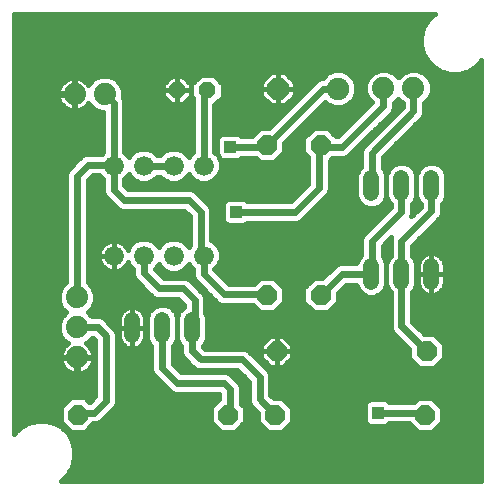
<source format=gbl>
G75*
%MOIN*%
%OFA0B0*%
%FSLAX24Y24*%
%IPPOS*%
%LPD*%
%AMOC8*
5,1,8,0,0,1.08239X$1,22.5*
%
%ADD10C,0.0740*%
%ADD11OC8,0.0660*%
%ADD12C,0.0750*%
%ADD13OC8,0.0750*%
%ADD14OC8,0.0560*%
%ADD15C,0.0660*%
%ADD16C,0.0520*%
%ADD17C,0.0160*%
%ADD18C,0.0396*%
%ADD19C,0.0240*%
%ADD20R,0.0396X0.0396*%
D10*
X003145Y005015D03*
X003145Y006015D03*
X003145Y007015D03*
X003066Y013791D03*
X004066Y013791D03*
X013361Y013988D03*
X014361Y013988D03*
D11*
X011267Y012082D03*
X009487Y012098D03*
X009487Y007098D03*
X011267Y007082D03*
X009798Y005216D03*
X009759Y003090D03*
X008168Y003106D03*
X003168Y003106D03*
X014759Y003090D03*
X014798Y005216D03*
D12*
X011845Y013964D03*
D13*
X009845Y013964D03*
D14*
X007483Y013917D03*
X006483Y013917D03*
D15*
X006369Y011397D03*
X005369Y011397D03*
X004369Y011397D03*
X004369Y008397D03*
X005369Y008397D03*
X006369Y008397D03*
X007369Y008397D03*
X007369Y011397D03*
D16*
X006987Y006263D02*
X006987Y005743D01*
X005987Y005743D02*
X005987Y006263D01*
X004987Y006263D02*
X004987Y005743D01*
X012960Y007531D02*
X012960Y008051D01*
X013960Y008051D02*
X013960Y007531D01*
X014960Y007531D02*
X014960Y008051D01*
X014960Y010484D02*
X014960Y011004D01*
X013960Y011004D02*
X013960Y010484D01*
X012960Y010484D02*
X012960Y011004D01*
D17*
X001054Y016472D02*
X001054Y002459D01*
X001063Y002476D01*
X001270Y002683D01*
X001523Y002829D01*
X001806Y002905D01*
X002098Y002905D01*
X002380Y002829D01*
X002633Y002683D01*
X002840Y002476D01*
X002986Y002223D01*
X003062Y001941D01*
X003062Y001649D01*
X002986Y001366D01*
X002840Y001113D01*
X002633Y000907D01*
X002616Y000897D01*
X016629Y000897D01*
X016629Y014910D01*
X016619Y014893D01*
X016413Y014686D01*
X016160Y014540D01*
X015877Y014464D01*
X015585Y014464D01*
X015303Y014540D01*
X015050Y014686D01*
X014843Y014893D01*
X014697Y015146D01*
X014621Y015428D01*
X014621Y015720D01*
X014697Y016003D01*
X014843Y016256D01*
X015050Y016462D01*
X015067Y016472D01*
X001054Y016472D01*
X001054Y016425D02*
X015013Y016425D01*
X014854Y016267D02*
X001054Y016267D01*
X001054Y016108D02*
X014758Y016108D01*
X014683Y015950D02*
X001054Y015950D01*
X001054Y015791D02*
X014640Y015791D01*
X014621Y015633D02*
X001054Y015633D01*
X001054Y015474D02*
X014621Y015474D01*
X014651Y015316D02*
X001054Y015316D01*
X001054Y015157D02*
X014694Y015157D01*
X014782Y014999D02*
X001054Y014999D01*
X001054Y014840D02*
X014895Y014840D01*
X015057Y014682D02*
X001054Y014682D01*
X001054Y014523D02*
X011589Y014523D01*
X011497Y014485D02*
X011336Y014324D01*
X011282Y014324D01*
X011149Y014269D01*
X009548Y012668D01*
X009251Y012668D01*
X008974Y012391D01*
X008626Y012391D01*
X008585Y012433D01*
X008497Y012469D01*
X008005Y012469D01*
X007917Y012433D01*
X007849Y012365D01*
X007813Y012277D01*
X007813Y011785D01*
X007831Y011741D01*
X007729Y011843D01*
X007729Y013427D01*
X008003Y013701D01*
X008003Y014132D01*
X007699Y014437D01*
X007268Y014437D01*
X006963Y014132D01*
X006963Y013701D01*
X007009Y013656D01*
X007009Y011843D01*
X006886Y011720D01*
X006869Y011680D01*
X006852Y011720D01*
X006692Y011880D01*
X006482Y011967D01*
X006256Y011967D01*
X006046Y011880D01*
X005923Y011757D01*
X005815Y011757D01*
X005692Y011880D01*
X005482Y011967D01*
X005256Y011967D01*
X005046Y011880D01*
X004886Y011720D01*
X004869Y011680D01*
X004852Y011720D01*
X004729Y011843D01*
X004729Y013559D01*
X004676Y013688D01*
X004676Y013912D01*
X004583Y014136D01*
X004411Y014308D01*
X004187Y014401D01*
X003944Y014401D01*
X003720Y014308D01*
X003549Y014136D01*
X003529Y014089D01*
X003485Y014149D01*
X003424Y014210D01*
X003354Y014261D01*
X003277Y014301D01*
X003195Y014327D01*
X003109Y014341D01*
X003086Y014341D01*
X003086Y013811D01*
X003046Y013811D01*
X003046Y014341D01*
X003023Y014341D01*
X002937Y014327D01*
X002855Y014301D01*
X002778Y014261D01*
X002708Y014210D01*
X002646Y014149D01*
X002595Y014079D01*
X002556Y014002D01*
X002529Y013920D01*
X002516Y013834D01*
X002516Y013811D01*
X003046Y013811D01*
X003046Y013771D01*
X003086Y013771D01*
X003086Y013241D01*
X003109Y013241D01*
X003195Y013254D01*
X003277Y013281D01*
X003354Y013320D01*
X003424Y013371D01*
X003485Y013433D01*
X003529Y013493D01*
X003549Y013445D01*
X003720Y013274D01*
X003944Y013181D01*
X004009Y013181D01*
X004009Y011843D01*
X003966Y011800D01*
X003455Y011800D01*
X003323Y011746D01*
X003221Y011644D01*
X002839Y011263D01*
X002785Y011130D01*
X002785Y007518D01*
X002627Y007361D01*
X002535Y007137D01*
X002535Y006894D01*
X002627Y006670D01*
X002782Y006515D01*
X002627Y006361D01*
X002535Y006137D01*
X002535Y005894D01*
X002627Y005670D01*
X002799Y005498D01*
X002846Y005479D01*
X002786Y005435D01*
X002725Y005374D01*
X002674Y005304D01*
X002635Y005226D01*
X002608Y005144D01*
X002595Y005059D01*
X002595Y005035D01*
X003125Y005035D01*
X003125Y004995D01*
X003165Y004995D01*
X003165Y005035D01*
X003695Y005035D01*
X003695Y005059D01*
X003681Y005144D01*
X003654Y005226D01*
X003615Y005304D01*
X003564Y005374D01*
X003503Y005435D01*
X003443Y005479D01*
X003490Y005498D01*
X003647Y005655D01*
X003684Y005655D01*
X003757Y005583D01*
X003757Y003716D01*
X003574Y003533D01*
X003547Y003533D01*
X003404Y003676D01*
X002932Y003676D01*
X002598Y003342D01*
X002598Y002870D01*
X002932Y002536D01*
X003404Y002536D01*
X003681Y002813D01*
X003795Y002813D01*
X003927Y002868D01*
X004028Y002969D01*
X004422Y003363D01*
X004477Y003495D01*
X004477Y005803D01*
X004422Y005936D01*
X004321Y006037D01*
X004037Y006320D01*
X003905Y006375D01*
X003647Y006375D01*
X003507Y006515D01*
X003662Y006670D01*
X003755Y006894D01*
X003755Y007137D01*
X003662Y007361D01*
X003505Y007518D01*
X003505Y010909D01*
X003676Y011080D01*
X003883Y011080D01*
X003886Y011074D01*
X004009Y010951D01*
X004009Y010526D01*
X004064Y010394D01*
X004402Y010055D01*
X004504Y009954D01*
X004636Y009899D01*
X006724Y009899D01*
X006907Y009717D01*
X006907Y008741D01*
X006886Y008720D01*
X006869Y008680D01*
X006852Y008720D01*
X006692Y008880D01*
X006482Y008967D01*
X006256Y008967D01*
X006046Y008880D01*
X005886Y008720D01*
X005869Y008680D01*
X005852Y008720D01*
X005692Y008880D01*
X005482Y008967D01*
X005256Y008967D01*
X005046Y008880D01*
X004886Y008720D01*
X004837Y008602D01*
X004805Y008664D01*
X004758Y008729D01*
X004701Y008786D01*
X004636Y008833D01*
X004565Y008870D01*
X004488Y008895D01*
X004409Y008907D01*
X004369Y008907D01*
X004369Y008397D01*
X004369Y007887D01*
X004409Y007887D01*
X004488Y007900D01*
X004565Y007925D01*
X004636Y007961D01*
X004701Y008008D01*
X004758Y008065D01*
X004805Y008130D01*
X004837Y008192D01*
X004886Y008074D01*
X005009Y007951D01*
X005009Y007755D01*
X005064Y007622D01*
X005583Y007103D01*
X005685Y007001D01*
X005817Y006947D01*
X006527Y006947D01*
X006710Y006764D01*
X006710Y006690D01*
X006704Y006687D01*
X006563Y006547D01*
X006487Y006363D01*
X006487Y005644D01*
X006411Y005460D01*
X006347Y005396D01*
X006347Y004798D01*
X006628Y004517D01*
X008126Y004517D01*
X008258Y004462D01*
X008455Y004265D01*
X008556Y004164D01*
X008611Y004032D01*
X008611Y003469D01*
X008738Y003342D01*
X008738Y002870D01*
X008404Y002536D01*
X007932Y002536D01*
X007598Y002870D01*
X007598Y003342D01*
X007891Y003635D01*
X007891Y003797D01*
X006408Y003797D01*
X006275Y003852D01*
X006174Y003953D01*
X005682Y004445D01*
X005627Y004578D01*
X005627Y005396D01*
X005563Y005460D01*
X005487Y005644D01*
X005487Y006363D01*
X005563Y006547D01*
X005704Y006687D01*
X005888Y006763D01*
X006087Y006763D01*
X006270Y006687D01*
X006411Y006547D01*
X006487Y006363D01*
X006487Y005644D01*
X006563Y005460D01*
X006627Y005396D01*
X006627Y005152D01*
X006682Y005020D01*
X006961Y004740D01*
X007063Y004639D01*
X007195Y004584D01*
X008495Y004584D01*
X008875Y004205D01*
X008875Y003542D01*
X008930Y003410D01*
X009189Y003151D01*
X009189Y002854D01*
X009523Y002520D01*
X009995Y002520D01*
X010329Y002854D01*
X010329Y003326D01*
X009995Y003660D01*
X009698Y003660D01*
X009595Y003763D01*
X009595Y004425D01*
X009540Y004558D01*
X009439Y004659D01*
X008848Y005250D01*
X008716Y005304D01*
X007416Y005304D01*
X007347Y005373D01*
X007347Y005396D01*
X007411Y005460D01*
X007487Y005644D01*
X007487Y006363D01*
X007430Y006501D01*
X007430Y006985D01*
X007375Y007117D01*
X007274Y007218D01*
X006880Y007612D01*
X006748Y007667D01*
X006038Y007667D01*
X005741Y007963D01*
X005852Y008074D01*
X005869Y008115D01*
X005886Y008074D01*
X006046Y007914D01*
X006256Y007827D01*
X006482Y007827D01*
X006692Y007914D01*
X006852Y008074D01*
X006869Y008115D01*
X006886Y008074D01*
X007009Y007951D01*
X007009Y007723D01*
X007064Y007591D01*
X007749Y006906D01*
X007850Y006805D01*
X007982Y006750D01*
X009029Y006750D01*
X009251Y006528D01*
X009723Y006528D01*
X010057Y006862D01*
X010057Y007334D01*
X009723Y007668D01*
X009251Y007668D01*
X009053Y007470D01*
X008203Y007470D01*
X007729Y007944D01*
X007729Y007951D01*
X007852Y008074D01*
X007939Y008284D01*
X007939Y008511D01*
X007852Y008720D01*
X007692Y008880D01*
X007627Y008907D01*
X007627Y009937D01*
X007572Y010070D01*
X007471Y010171D01*
X007077Y010565D01*
X006945Y010619D01*
X004857Y010619D01*
X004729Y010747D01*
X004729Y010951D01*
X004852Y011074D01*
X004869Y011115D01*
X004886Y011074D01*
X005046Y010914D01*
X005256Y010827D01*
X005482Y010827D01*
X005692Y010914D01*
X005815Y011037D01*
X005923Y011037D01*
X006046Y010914D01*
X006256Y010827D01*
X006482Y010827D01*
X006692Y010914D01*
X006852Y011074D01*
X006869Y011115D01*
X006886Y011074D01*
X007046Y010914D01*
X007256Y010827D01*
X007482Y010827D01*
X007692Y010914D01*
X007852Y011074D01*
X007939Y011284D01*
X007939Y011511D01*
X007871Y011676D01*
X007917Y011629D01*
X008005Y011593D01*
X008497Y011593D01*
X008585Y011629D01*
X008626Y011671D01*
X009108Y011671D01*
X009251Y011528D01*
X009723Y011528D01*
X010057Y011862D01*
X010057Y012159D01*
X011419Y013521D01*
X011497Y013443D01*
X011723Y013349D01*
X011968Y013349D01*
X012194Y013443D01*
X012367Y013616D01*
X012460Y013842D01*
X012460Y014086D01*
X012367Y014312D01*
X012194Y014485D01*
X011968Y014579D01*
X011723Y014579D01*
X011497Y014485D01*
X011376Y014365D02*
X010229Y014365D01*
X010075Y014519D02*
X009845Y014519D01*
X009615Y014519D01*
X009290Y014194D01*
X009290Y013964D01*
X009290Y013734D01*
X009615Y013409D01*
X009845Y013409D01*
X009845Y013964D01*
X009290Y013964D01*
X009845Y013964D01*
X009845Y013964D01*
X009845Y013964D01*
X009845Y014519D01*
X009845Y013964D01*
X009845Y013964D01*
X009845Y013409D01*
X010075Y013409D01*
X010400Y013734D01*
X010400Y013964D01*
X009845Y013964D01*
X009845Y013964D01*
X010400Y013964D01*
X010400Y014194D01*
X010075Y014519D01*
X009845Y014365D02*
X009845Y014365D01*
X009845Y014206D02*
X009845Y014206D01*
X009845Y014048D02*
X009845Y014048D01*
X009845Y013889D02*
X009845Y013889D01*
X009845Y013731D02*
X009845Y013731D01*
X009845Y013572D02*
X009845Y013572D01*
X009845Y013414D02*
X009845Y013414D01*
X009611Y013414D02*
X007729Y013414D01*
X007729Y013255D02*
X010135Y013255D01*
X010080Y013414D02*
X010294Y013414D01*
X010239Y013572D02*
X010452Y013572D01*
X010397Y013731D02*
X010611Y013731D01*
X010769Y013889D02*
X010400Y013889D01*
X010400Y014048D02*
X010928Y014048D01*
X011086Y014206D02*
X010388Y014206D01*
X009461Y014365D02*
X007771Y014365D01*
X007929Y014206D02*
X009303Y014206D01*
X009290Y014048D02*
X008003Y014048D01*
X008003Y013889D02*
X009290Y013889D01*
X009294Y013731D02*
X008003Y013731D01*
X007874Y013572D02*
X009452Y013572D01*
X009977Y013097D02*
X007729Y013097D01*
X007729Y012938D02*
X009818Y012938D01*
X009660Y012780D02*
X007729Y012780D01*
X007729Y012621D02*
X009204Y012621D01*
X009046Y012463D02*
X008512Y012463D01*
X007990Y012463D02*
X007729Y012463D01*
X007729Y012304D02*
X007824Y012304D01*
X007813Y012146D02*
X007729Y012146D01*
X007729Y011987D02*
X007813Y011987D01*
X007813Y011829D02*
X007743Y011829D01*
X007873Y011670D02*
X007876Y011670D01*
X007938Y011512D02*
X010844Y011512D01*
X010844Y011670D02*
X009866Y011670D01*
X010024Y011829D02*
X010714Y011829D01*
X010697Y011846D02*
X010844Y011699D01*
X010844Y010802D01*
X010267Y010226D01*
X008823Y010226D01*
X008782Y010267D01*
X008694Y010304D01*
X008202Y010304D01*
X008114Y010267D01*
X008046Y010200D01*
X008010Y010112D01*
X008010Y009620D01*
X008046Y009532D01*
X008114Y009464D01*
X008202Y009428D01*
X008694Y009428D01*
X008782Y009464D01*
X008823Y009506D01*
X010488Y009506D01*
X010620Y009560D01*
X011408Y010348D01*
X011509Y010449D01*
X011564Y010581D01*
X011564Y011573D01*
X011662Y011671D01*
X012063Y011671D01*
X012195Y011726D01*
X012296Y011827D01*
X013666Y013197D01*
X013721Y013329D01*
X013721Y013485D01*
X013861Y013625D01*
X014001Y013485D01*
X014001Y013369D01*
X012771Y012139D01*
X012670Y012038D01*
X012615Y011906D01*
X012615Y011366D01*
X012536Y011287D01*
X012460Y011103D01*
X012460Y010384D01*
X012536Y010200D01*
X012676Y010060D01*
X012860Y009984D01*
X013059Y009984D01*
X013243Y010060D01*
X013383Y010200D01*
X013460Y010384D01*
X013536Y010200D01*
X013600Y010137D01*
X013600Y010015D01*
X012771Y009187D01*
X012670Y009085D01*
X012615Y008953D01*
X012615Y008414D01*
X012536Y008334D01*
X012460Y008151D01*
X011904Y008151D01*
X011771Y008096D01*
X011327Y007652D01*
X011031Y007652D01*
X010697Y007318D01*
X010697Y006846D01*
X011031Y006512D01*
X011503Y006512D01*
X011837Y006846D01*
X011837Y007143D01*
X012124Y007431D01*
X012460Y007431D01*
X012536Y007248D01*
X012676Y007107D01*
X012860Y007031D01*
X013059Y007031D01*
X013243Y007107D01*
X013383Y007248D01*
X013460Y007431D01*
X013536Y007248D01*
X013600Y007184D01*
X013600Y005983D01*
X013654Y005851D01*
X014228Y005277D01*
X014228Y004980D01*
X014562Y004646D01*
X015034Y004646D01*
X015368Y004980D01*
X015368Y005452D01*
X015034Y005786D01*
X014737Y005786D01*
X014320Y006204D01*
X014320Y007184D01*
X014383Y007248D01*
X014460Y007431D01*
X014460Y008150D01*
X014383Y008334D01*
X014320Y008398D01*
X014320Y008732D01*
X015265Y009677D01*
X015320Y009810D01*
X015320Y010137D01*
X015383Y010200D01*
X015460Y010384D01*
X015460Y011103D01*
X015383Y011287D01*
X015243Y011428D01*
X015059Y011504D01*
X014860Y011504D01*
X014676Y011428D01*
X014536Y011287D01*
X014460Y011103D01*
X014460Y010384D01*
X014536Y010200D01*
X014600Y010137D01*
X014600Y010031D01*
X014289Y009720D01*
X014320Y009794D01*
X014320Y010137D01*
X014383Y010200D01*
X014460Y010384D01*
X014460Y011103D01*
X014383Y011287D01*
X014243Y011428D01*
X014059Y011504D01*
X013860Y011504D01*
X013676Y011428D01*
X013536Y011287D01*
X013460Y011103D01*
X013460Y010384D01*
X013460Y011103D01*
X013383Y011287D01*
X013335Y011335D01*
X013335Y011685D01*
X014666Y013016D01*
X014721Y013148D01*
X014721Y013485D01*
X014878Y013642D01*
X014971Y013866D01*
X014971Y014109D01*
X014878Y014333D01*
X014707Y014505D01*
X014482Y014598D01*
X014240Y014598D01*
X014016Y014505D01*
X013861Y014350D01*
X013707Y014505D01*
X013482Y014598D01*
X013240Y014598D01*
X013016Y014505D01*
X012844Y014333D01*
X012751Y014109D01*
X012751Y013866D01*
X012844Y013642D01*
X012969Y013518D01*
X011842Y012391D01*
X011764Y012391D01*
X011503Y012652D01*
X011031Y012652D01*
X010697Y012318D01*
X010697Y011846D01*
X010697Y011987D02*
X010057Y011987D01*
X010057Y012146D02*
X010697Y012146D01*
X010697Y012304D02*
X010203Y012304D01*
X010361Y012463D02*
X010841Y012463D01*
X011000Y012621D02*
X010520Y012621D01*
X010678Y012780D02*
X012231Y012780D01*
X012389Y012938D02*
X010837Y012938D01*
X010995Y013097D02*
X012548Y013097D01*
X012706Y013255D02*
X011154Y013255D01*
X011312Y013414D02*
X011567Y013414D01*
X012124Y013414D02*
X012865Y013414D01*
X012914Y013572D02*
X012323Y013572D01*
X012414Y013731D02*
X012807Y013731D01*
X012751Y013889D02*
X012460Y013889D01*
X012460Y014048D02*
X012751Y014048D01*
X012791Y014206D02*
X012411Y014206D01*
X012314Y014365D02*
X012876Y014365D01*
X013060Y014523D02*
X012102Y014523D01*
X013566Y013097D02*
X013729Y013097D01*
X013690Y013255D02*
X013887Y013255D01*
X014001Y013414D02*
X013721Y013414D01*
X013808Y013572D02*
X013914Y013572D01*
X013570Y012938D02*
X013407Y012938D01*
X013412Y012780D02*
X013249Y012780D01*
X013253Y012621D02*
X013090Y012621D01*
X013095Y012463D02*
X012932Y012463D01*
X012936Y012304D02*
X012773Y012304D01*
X012778Y012146D02*
X012615Y012146D01*
X012649Y011987D02*
X012456Y011987D01*
X012298Y011829D02*
X012615Y011829D01*
X012615Y011670D02*
X011661Y011670D01*
X011564Y011512D02*
X012615Y011512D01*
X012602Y011353D02*
X011564Y011353D01*
X011564Y011195D02*
X012498Y011195D01*
X012460Y011036D02*
X011564Y011036D01*
X011564Y010878D02*
X012460Y010878D01*
X012460Y010719D02*
X011564Y010719D01*
X011555Y010561D02*
X012460Y010561D01*
X012460Y010402D02*
X011462Y010402D01*
X011304Y010244D02*
X012518Y010244D01*
X012651Y010085D02*
X011145Y010085D01*
X010987Y009927D02*
X013512Y009927D01*
X013600Y010085D02*
X013268Y010085D01*
X013401Y010244D02*
X013518Y010244D01*
X013460Y010402D02*
X013460Y010402D01*
X013460Y010561D02*
X013460Y010561D01*
X013460Y010719D02*
X013460Y010719D01*
X013460Y010878D02*
X013460Y010878D01*
X013460Y011036D02*
X013460Y011036D01*
X013422Y011195D02*
X013498Y011195D01*
X013602Y011353D02*
X013335Y011353D01*
X013335Y011512D02*
X016629Y011512D01*
X016629Y011670D02*
X013335Y011670D01*
X013479Y011829D02*
X016629Y011829D01*
X016629Y011987D02*
X013638Y011987D01*
X013796Y012146D02*
X016629Y012146D01*
X016629Y012304D02*
X013955Y012304D01*
X014113Y012463D02*
X016629Y012463D01*
X016629Y012621D02*
X014272Y012621D01*
X014430Y012780D02*
X016629Y012780D01*
X016629Y012938D02*
X014589Y012938D01*
X014700Y013097D02*
X016629Y013097D01*
X016629Y013255D02*
X014721Y013255D01*
X014721Y013414D02*
X016629Y013414D01*
X016629Y013572D02*
X014808Y013572D01*
X014915Y013731D02*
X016629Y013731D01*
X016629Y013889D02*
X014971Y013889D01*
X014971Y014048D02*
X016629Y014048D01*
X016629Y014206D02*
X014931Y014206D01*
X014847Y014365D02*
X016629Y014365D01*
X016629Y014523D02*
X016097Y014523D01*
X016405Y014682D02*
X016629Y014682D01*
X016629Y014840D02*
X016567Y014840D01*
X015365Y014523D02*
X014662Y014523D01*
X014060Y014523D02*
X013662Y014523D01*
X013847Y014365D02*
X013876Y014365D01*
X012072Y012621D02*
X011534Y012621D01*
X011692Y012463D02*
X011914Y012463D01*
X010844Y011353D02*
X007939Y011353D01*
X007902Y011195D02*
X010844Y011195D01*
X010844Y011036D02*
X007814Y011036D01*
X007605Y010878D02*
X010844Y010878D01*
X010761Y010719D02*
X004757Y010719D01*
X004729Y010878D02*
X005133Y010878D01*
X004924Y011036D02*
X004814Y011036D01*
X005605Y010878D02*
X006133Y010878D01*
X005924Y011036D02*
X005814Y011036D01*
X005743Y011829D02*
X005995Y011829D01*
X006743Y011829D02*
X006995Y011829D01*
X007009Y011987D02*
X004729Y011987D01*
X004743Y011829D02*
X004995Y011829D01*
X004729Y012146D02*
X007009Y012146D01*
X007009Y012304D02*
X004729Y012304D01*
X004729Y012463D02*
X007009Y012463D01*
X007009Y012621D02*
X004729Y012621D01*
X004729Y012780D02*
X007009Y012780D01*
X007009Y012938D02*
X004729Y012938D01*
X004729Y013097D02*
X007009Y013097D01*
X007009Y013255D02*
X004729Y013255D01*
X004729Y013414D02*
X007009Y013414D01*
X007009Y013572D02*
X006789Y013572D01*
X006674Y013457D02*
X006943Y013726D01*
X006943Y013917D01*
X006943Y014107D01*
X006674Y014377D01*
X006483Y014377D01*
X006293Y014377D01*
X006023Y014107D01*
X006023Y013917D01*
X006483Y013917D01*
X006483Y014377D01*
X006483Y013917D01*
X006483Y013917D01*
X006483Y013917D01*
X006023Y013917D01*
X006023Y013726D01*
X006293Y013457D01*
X006483Y013457D01*
X006483Y013917D01*
X006483Y013917D01*
X006943Y013917D01*
X006483Y013917D01*
X006483Y013917D01*
X006483Y013457D01*
X006674Y013457D01*
X006483Y013572D02*
X006483Y013572D01*
X006483Y013731D02*
X006483Y013731D01*
X006483Y013889D02*
X006483Y013889D01*
X006483Y014048D02*
X006483Y014048D01*
X006483Y014206D02*
X006483Y014206D01*
X006483Y014365D02*
X006483Y014365D01*
X006281Y014365D02*
X004274Y014365D01*
X004513Y014206D02*
X006122Y014206D01*
X006023Y014048D02*
X004620Y014048D01*
X004676Y013889D02*
X006023Y013889D01*
X006023Y013731D02*
X004676Y013731D01*
X004724Y013572D02*
X006177Y013572D01*
X006844Y014206D02*
X007037Y014206D01*
X006963Y014048D02*
X006943Y014048D01*
X006943Y013889D02*
X006963Y013889D01*
X006963Y013731D02*
X006943Y013731D01*
X007196Y014365D02*
X006686Y014365D01*
X004009Y013097D02*
X001054Y013097D01*
X001054Y013255D02*
X002934Y013255D01*
X002937Y013254D02*
X003023Y013241D01*
X003046Y013241D01*
X003046Y013771D01*
X002516Y013771D01*
X002516Y013748D01*
X002529Y013662D01*
X002556Y013580D01*
X002595Y013503D01*
X002646Y013433D01*
X002708Y013371D01*
X002778Y013320D01*
X002855Y013281D01*
X002937Y013254D01*
X003046Y013255D02*
X003086Y013255D01*
X003198Y013255D02*
X003765Y013255D01*
X003580Y013414D02*
X003467Y013414D01*
X003086Y013414D02*
X003046Y013414D01*
X003046Y013572D02*
X003086Y013572D01*
X003086Y013731D02*
X003046Y013731D01*
X003046Y013889D02*
X003086Y013889D01*
X003086Y014048D02*
X003046Y014048D01*
X003046Y014206D02*
X003086Y014206D01*
X003428Y014206D02*
X003619Y014206D01*
X003858Y014365D02*
X001054Y014365D01*
X001054Y014206D02*
X002704Y014206D01*
X002579Y014048D02*
X001054Y014048D01*
X001054Y013889D02*
X002525Y013889D01*
X002518Y013731D02*
X001054Y013731D01*
X001054Y013572D02*
X002560Y013572D01*
X002665Y013414D02*
X001054Y013414D01*
X001054Y012938D02*
X004009Y012938D01*
X004009Y012780D02*
X001054Y012780D01*
X001054Y012621D02*
X004009Y012621D01*
X004009Y012463D02*
X001054Y012463D01*
X001054Y012304D02*
X004009Y012304D01*
X004009Y012146D02*
X001054Y012146D01*
X001054Y011987D02*
X004009Y011987D01*
X003995Y011829D02*
X001054Y011829D01*
X001054Y011670D02*
X003247Y011670D01*
X003089Y011512D02*
X001054Y011512D01*
X001054Y011353D02*
X002930Y011353D01*
X002811Y011195D02*
X001054Y011195D01*
X001054Y011036D02*
X002785Y011036D01*
X002785Y010878D02*
X001054Y010878D01*
X001054Y010719D02*
X002785Y010719D01*
X002785Y010561D02*
X001054Y010561D01*
X001054Y010402D02*
X002785Y010402D01*
X002785Y010244D02*
X001054Y010244D01*
X001054Y010085D02*
X002785Y010085D01*
X002785Y009927D02*
X001054Y009927D01*
X001054Y009768D02*
X002785Y009768D01*
X002785Y009610D02*
X001054Y009610D01*
X001054Y009451D02*
X002785Y009451D01*
X002785Y009293D02*
X001054Y009293D01*
X001054Y009134D02*
X002785Y009134D01*
X002785Y008976D02*
X001054Y008976D01*
X001054Y008817D02*
X002785Y008817D01*
X002785Y008659D02*
X001054Y008659D01*
X001054Y008500D02*
X002785Y008500D01*
X002785Y008342D02*
X001054Y008342D01*
X001054Y008183D02*
X002785Y008183D01*
X002785Y008025D02*
X001054Y008025D01*
X001054Y007866D02*
X002785Y007866D01*
X002785Y007708D02*
X001054Y007708D01*
X001054Y007549D02*
X002785Y007549D01*
X002657Y007391D02*
X001054Y007391D01*
X001054Y007232D02*
X002574Y007232D01*
X002535Y007074D02*
X001054Y007074D01*
X001054Y006915D02*
X002535Y006915D01*
X002591Y006757D02*
X001054Y006757D01*
X001054Y006598D02*
X002699Y006598D01*
X002706Y006440D02*
X001054Y006440D01*
X001054Y006281D02*
X002595Y006281D01*
X002535Y006123D02*
X001054Y006123D01*
X001054Y005964D02*
X002535Y005964D01*
X002571Y005806D02*
X001054Y005806D01*
X001054Y005647D02*
X002650Y005647D01*
X002821Y005489D02*
X001054Y005489D01*
X001054Y005330D02*
X002694Y005330D01*
X002617Y005172D02*
X001054Y005172D01*
X001054Y005013D02*
X003125Y005013D01*
X003125Y004995D02*
X002595Y004995D01*
X002595Y004972D01*
X002608Y004886D01*
X002635Y004804D01*
X002674Y004727D01*
X002725Y004657D01*
X002786Y004596D01*
X002856Y004545D01*
X002933Y004506D01*
X003016Y004479D01*
X003101Y004465D01*
X003125Y004465D01*
X003125Y004995D01*
X003165Y004995D02*
X003165Y004465D01*
X003188Y004465D01*
X003273Y004479D01*
X003356Y004506D01*
X003433Y004545D01*
X003503Y004596D01*
X003564Y004657D01*
X003615Y004727D01*
X003654Y004804D01*
X003681Y004886D01*
X003695Y004972D01*
X003695Y004995D01*
X003165Y004995D01*
X003165Y005013D02*
X003757Y005013D01*
X003757Y004855D02*
X003671Y004855D01*
X003593Y004696D02*
X003757Y004696D01*
X003757Y004538D02*
X003419Y004538D01*
X003165Y004538D02*
X003125Y004538D01*
X003125Y004696D02*
X003165Y004696D01*
X003165Y004855D02*
X003125Y004855D01*
X002870Y004538D02*
X001054Y004538D01*
X001054Y004696D02*
X002696Y004696D01*
X002618Y004855D02*
X001054Y004855D01*
X001054Y004379D02*
X003757Y004379D01*
X003757Y004221D02*
X001054Y004221D01*
X001054Y004062D02*
X003757Y004062D01*
X003757Y003904D02*
X001054Y003904D01*
X001054Y003745D02*
X003757Y003745D01*
X003628Y003587D02*
X003493Y003587D01*
X002843Y003587D02*
X001054Y003587D01*
X001054Y003428D02*
X002685Y003428D01*
X002598Y003270D02*
X001054Y003270D01*
X001054Y003111D02*
X002598Y003111D01*
X002598Y002953D02*
X001054Y002953D01*
X001054Y002794D02*
X001463Y002794D01*
X001223Y002636D02*
X001054Y002636D01*
X001054Y002477D02*
X001065Y002477D01*
X002440Y002794D02*
X002674Y002794D01*
X002680Y002636D02*
X002832Y002636D01*
X002839Y002477D02*
X016629Y002477D01*
X016629Y002319D02*
X002931Y002319D01*
X003003Y002160D02*
X016629Y002160D01*
X016629Y002002D02*
X003045Y002002D01*
X003062Y001843D02*
X016629Y001843D01*
X016629Y001685D02*
X003062Y001685D01*
X003029Y001526D02*
X016629Y001526D01*
X016629Y001368D02*
X002986Y001368D01*
X002895Y001209D02*
X016629Y001209D01*
X016629Y001051D02*
X002777Y001051D01*
X003504Y002636D02*
X007832Y002636D01*
X007674Y002794D02*
X003663Y002794D01*
X004013Y002953D02*
X007598Y002953D01*
X007598Y003111D02*
X004171Y003111D01*
X004330Y003270D02*
X007598Y003270D01*
X007685Y003428D02*
X004449Y003428D01*
X004477Y003587D02*
X007843Y003587D01*
X007891Y003745D02*
X004477Y003745D01*
X004477Y003904D02*
X006223Y003904D01*
X006065Y004062D02*
X004477Y004062D01*
X004477Y004221D02*
X005906Y004221D01*
X005748Y004379D02*
X004477Y004379D01*
X004477Y004538D02*
X005644Y004538D01*
X005627Y004696D02*
X004477Y004696D01*
X004477Y004855D02*
X005627Y004855D01*
X005627Y005013D02*
X004477Y005013D01*
X004477Y005172D02*
X005627Y005172D01*
X005627Y005330D02*
X005140Y005330D01*
X005156Y005336D02*
X005218Y005367D01*
X005274Y005408D01*
X005323Y005457D01*
X005363Y005513D01*
X005395Y005575D01*
X005416Y005640D01*
X005427Y005709D01*
X005427Y006003D01*
X004987Y006003D01*
X004987Y006003D01*
X004987Y005303D01*
X004952Y005303D01*
X004884Y005314D01*
X004818Y005336D01*
X004756Y005367D01*
X004700Y005408D01*
X004651Y005457D01*
X004611Y005513D01*
X004579Y005575D01*
X004558Y005640D01*
X004547Y005709D01*
X004547Y006003D01*
X004987Y006003D01*
X004987Y005303D01*
X005022Y005303D01*
X005090Y005314D01*
X005156Y005336D01*
X004987Y005330D02*
X004987Y005330D01*
X004835Y005330D02*
X004477Y005330D01*
X004477Y005489D02*
X004628Y005489D01*
X004557Y005647D02*
X004477Y005647D01*
X004476Y005806D02*
X004547Y005806D01*
X004547Y005964D02*
X004394Y005964D01*
X004547Y006003D02*
X004987Y006003D01*
X004987Y006003D01*
X004987Y006003D01*
X005427Y006003D01*
X005427Y006298D01*
X005416Y006366D01*
X005395Y006432D01*
X005363Y006494D01*
X005323Y006550D01*
X005274Y006599D01*
X005218Y006640D01*
X005156Y006671D01*
X005090Y006693D01*
X005022Y006703D01*
X004987Y006703D01*
X004952Y006703D01*
X004884Y006693D01*
X004818Y006671D01*
X004756Y006640D01*
X004700Y006599D01*
X004651Y006550D01*
X004611Y006494D01*
X004579Y006432D01*
X004558Y006366D01*
X004547Y006298D01*
X004547Y006003D01*
X004547Y006123D02*
X004235Y006123D01*
X004077Y006281D02*
X004547Y006281D01*
X004583Y006440D02*
X003583Y006440D01*
X003590Y006598D02*
X004700Y006598D01*
X004987Y006598D02*
X004987Y006598D01*
X004987Y006703D02*
X004987Y006003D01*
X004987Y006003D01*
X004987Y006703D01*
X004987Y006440D02*
X004987Y006440D01*
X004987Y006281D02*
X004987Y006281D01*
X004987Y006123D02*
X004987Y006123D01*
X004987Y005964D02*
X004987Y005964D01*
X004987Y005806D02*
X004987Y005806D01*
X004987Y005647D02*
X004987Y005647D01*
X004987Y005489D02*
X004987Y005489D01*
X005346Y005489D02*
X005551Y005489D01*
X005487Y005647D02*
X005417Y005647D01*
X005427Y005806D02*
X005487Y005806D01*
X005487Y005964D02*
X005427Y005964D01*
X005427Y006123D02*
X005487Y006123D01*
X005487Y006281D02*
X005427Y006281D01*
X005391Y006440D02*
X005519Y006440D01*
X005615Y006598D02*
X005274Y006598D01*
X005612Y007074D02*
X003755Y007074D01*
X003755Y006915D02*
X006558Y006915D01*
X006710Y006757D02*
X006102Y006757D01*
X005872Y006757D02*
X003698Y006757D01*
X003715Y007232D02*
X005454Y007232D01*
X005295Y007391D02*
X003632Y007391D01*
X003505Y007549D02*
X005137Y007549D01*
X005028Y007708D02*
X003505Y007708D01*
X003505Y007866D02*
X005009Y007866D01*
X004935Y008025D02*
X004718Y008025D01*
X004832Y008183D02*
X004841Y008183D01*
X004860Y008659D02*
X004808Y008659D01*
X004658Y008817D02*
X004983Y008817D01*
X004369Y008817D02*
X004369Y008817D01*
X004369Y008907D02*
X004329Y008907D01*
X004250Y008895D01*
X004173Y008870D01*
X004102Y008833D01*
X004037Y008786D01*
X003980Y008729D01*
X003933Y008664D01*
X003896Y008593D01*
X003872Y008517D01*
X003859Y008437D01*
X003859Y008397D01*
X003859Y008357D01*
X003872Y008278D01*
X003896Y008201D01*
X003933Y008130D01*
X003980Y008065D01*
X004037Y008008D01*
X004102Y007961D01*
X004173Y007925D01*
X004250Y007900D01*
X004329Y007887D01*
X004369Y007887D01*
X004369Y008397D01*
X004369Y008397D01*
X003859Y008397D01*
X004369Y008397D01*
X004369Y008397D01*
X004369Y008397D01*
X004369Y008907D01*
X004080Y008817D02*
X003505Y008817D01*
X003505Y008659D02*
X003930Y008659D01*
X003869Y008500D02*
X003505Y008500D01*
X003505Y008342D02*
X003861Y008342D01*
X003906Y008183D02*
X003505Y008183D01*
X003505Y008025D02*
X004020Y008025D01*
X004369Y008025D02*
X004369Y008025D01*
X004369Y008183D02*
X004369Y008183D01*
X004369Y008342D02*
X004369Y008342D01*
X004369Y008500D02*
X004369Y008500D01*
X004369Y008659D02*
X004369Y008659D01*
X003505Y008976D02*
X006907Y008976D01*
X006907Y009134D02*
X003505Y009134D01*
X003505Y009293D02*
X006907Y009293D01*
X006907Y009451D02*
X003505Y009451D01*
X003505Y009610D02*
X006907Y009610D01*
X006855Y009768D02*
X003505Y009768D01*
X003505Y009927D02*
X004570Y009927D01*
X004372Y010085D02*
X003505Y010085D01*
X003505Y010244D02*
X004214Y010244D01*
X004060Y010402D02*
X003505Y010402D01*
X003505Y010561D02*
X004009Y010561D01*
X004009Y010719D02*
X003505Y010719D01*
X003505Y010878D02*
X004009Y010878D01*
X003924Y011036D02*
X003631Y011036D01*
X005755Y008817D02*
X005983Y008817D01*
X005935Y008025D02*
X005803Y008025D01*
X005838Y007866D02*
X006161Y007866D01*
X005997Y007708D02*
X007015Y007708D01*
X007009Y007866D02*
X006577Y007866D01*
X006803Y008025D02*
X006935Y008025D01*
X006942Y007549D02*
X007105Y007549D01*
X007101Y007391D02*
X007264Y007391D01*
X007259Y007232D02*
X007422Y007232D01*
X007393Y007074D02*
X007581Y007074D01*
X007430Y006915D02*
X007739Y006915D01*
X007965Y006757D02*
X007430Y006757D01*
X007430Y006598D02*
X009181Y006598D01*
X009794Y006598D02*
X010944Y006598D01*
X010786Y006757D02*
X009952Y006757D01*
X010057Y006915D02*
X010697Y006915D01*
X010697Y007074D02*
X010057Y007074D01*
X010057Y007232D02*
X010697Y007232D01*
X010769Y007391D02*
X010000Y007391D01*
X009842Y007549D02*
X010928Y007549D01*
X011383Y007708D02*
X007965Y007708D01*
X007807Y007866D02*
X011542Y007866D01*
X011700Y008025D02*
X007803Y008025D01*
X007897Y008183D02*
X012473Y008183D01*
X012543Y008342D02*
X007939Y008342D01*
X007939Y008500D02*
X012615Y008500D01*
X012615Y008659D02*
X007878Y008659D01*
X007755Y008817D02*
X012615Y008817D01*
X012625Y008976D02*
X007627Y008976D01*
X007627Y009134D02*
X012719Y009134D01*
X012771Y009187D02*
X012771Y009187D01*
X012878Y009293D02*
X007627Y009293D01*
X007627Y009451D02*
X008144Y009451D01*
X008014Y009610D02*
X007627Y009610D01*
X007627Y009768D02*
X008010Y009768D01*
X008010Y009927D02*
X007627Y009927D01*
X007556Y010085D02*
X008010Y010085D01*
X008090Y010244D02*
X007398Y010244D01*
X007239Y010402D02*
X010444Y010402D01*
X010285Y010244D02*
X008805Y010244D01*
X008751Y009451D02*
X013036Y009451D01*
X013195Y009610D02*
X010670Y009610D01*
X010828Y009768D02*
X013353Y009768D01*
X013630Y009027D02*
X013600Y008953D01*
X013600Y008398D01*
X013536Y008334D01*
X013460Y008150D01*
X013460Y007431D01*
X013460Y008150D01*
X013383Y008334D01*
X013335Y008382D01*
X013335Y008732D01*
X013630Y009027D01*
X013609Y008976D02*
X013579Y008976D01*
X013600Y008817D02*
X013420Y008817D01*
X013335Y008659D02*
X013600Y008659D01*
X013600Y008500D02*
X013335Y008500D01*
X013376Y008342D02*
X013543Y008342D01*
X013473Y008183D02*
X013446Y008183D01*
X013460Y008025D02*
X013460Y008025D01*
X013460Y007866D02*
X013460Y007866D01*
X013460Y007708D02*
X013460Y007708D01*
X013460Y007549D02*
X013460Y007549D01*
X013443Y007391D02*
X013476Y007391D01*
X013551Y007232D02*
X013368Y007232D01*
X013163Y007074D02*
X013600Y007074D01*
X013600Y006915D02*
X011837Y006915D01*
X011837Y007074D02*
X012756Y007074D01*
X012551Y007232D02*
X011926Y007232D01*
X012084Y007391D02*
X012476Y007391D01*
X011747Y006757D02*
X013600Y006757D01*
X013600Y006598D02*
X011589Y006598D01*
X010308Y005427D02*
X010308Y005216D01*
X009798Y005216D01*
X009288Y005216D01*
X009288Y005005D01*
X009587Y004706D01*
X009798Y004706D01*
X009798Y005216D01*
X009798Y005216D01*
X009798Y005216D01*
X009288Y005216D01*
X009288Y005427D01*
X009587Y005726D01*
X009798Y005726D01*
X009798Y005216D01*
X009798Y004706D01*
X010009Y004706D01*
X010308Y005005D01*
X010308Y005216D01*
X009798Y005216D01*
X009798Y005216D01*
X009798Y005216D01*
X009798Y005726D01*
X010009Y005726D01*
X010308Y005427D01*
X010247Y005489D02*
X014016Y005489D01*
X013858Y005647D02*
X010088Y005647D01*
X009798Y005647D02*
X009798Y005647D01*
X009798Y005489D02*
X009798Y005489D01*
X009798Y005330D02*
X009798Y005330D01*
X009798Y005172D02*
X009798Y005172D01*
X009798Y005013D02*
X009798Y005013D01*
X009798Y004855D02*
X009798Y004855D01*
X009438Y004855D02*
X009243Y004855D01*
X009288Y005013D02*
X009085Y005013D01*
X008926Y005172D02*
X009288Y005172D01*
X009288Y005330D02*
X007390Y005330D01*
X007423Y005489D02*
X009350Y005489D01*
X009508Y005647D02*
X007487Y005647D01*
X007487Y005806D02*
X013699Y005806D01*
X013607Y005964D02*
X007487Y005964D01*
X007487Y006123D02*
X013600Y006123D01*
X013600Y006281D02*
X007487Y006281D01*
X007455Y006440D02*
X013600Y006440D01*
X014320Y006440D02*
X016629Y006440D01*
X016629Y006598D02*
X014320Y006598D01*
X014320Y006757D02*
X016629Y006757D01*
X016629Y006915D02*
X014320Y006915D01*
X014320Y007074D02*
X016629Y007074D01*
X016629Y007232D02*
X015283Y007232D01*
X015295Y007244D02*
X015336Y007300D01*
X015367Y007362D01*
X015389Y007428D01*
X015400Y007496D01*
X015400Y007791D01*
X015400Y008085D01*
X015389Y008154D01*
X015367Y008220D01*
X015336Y008281D01*
X015295Y008338D01*
X015246Y008386D01*
X015190Y008427D01*
X015128Y008459D01*
X015063Y008480D01*
X014994Y008491D01*
X014960Y008491D01*
X014960Y007791D01*
X015400Y007791D01*
X014960Y007791D01*
X014960Y007791D01*
X014960Y007791D01*
X014960Y007091D01*
X014994Y007091D01*
X015063Y007102D01*
X015128Y007123D01*
X015190Y007155D01*
X015246Y007195D01*
X015295Y007244D01*
X015377Y007391D02*
X016629Y007391D01*
X016629Y007549D02*
X015400Y007549D01*
X015400Y007708D02*
X016629Y007708D01*
X016629Y007866D02*
X015400Y007866D01*
X015400Y008025D02*
X016629Y008025D01*
X016629Y008183D02*
X015379Y008183D01*
X015291Y008342D02*
X016629Y008342D01*
X016629Y008500D02*
X014320Y008500D01*
X014320Y008659D02*
X016629Y008659D01*
X016629Y008817D02*
X014405Y008817D01*
X014563Y008976D02*
X016629Y008976D01*
X016629Y009134D02*
X014722Y009134D01*
X014880Y009293D02*
X016629Y009293D01*
X016629Y009451D02*
X015039Y009451D01*
X015197Y009610D02*
X016629Y009610D01*
X016629Y009768D02*
X015302Y009768D01*
X015320Y009927D02*
X016629Y009927D01*
X016629Y010085D02*
X015320Y010085D01*
X015401Y010244D02*
X016629Y010244D01*
X016629Y010402D02*
X015460Y010402D01*
X015460Y010561D02*
X016629Y010561D01*
X016629Y010719D02*
X015460Y010719D01*
X015460Y010878D02*
X016629Y010878D01*
X016629Y011036D02*
X015460Y011036D01*
X015422Y011195D02*
X016629Y011195D01*
X016629Y011353D02*
X015317Y011353D01*
X014602Y011353D02*
X014317Y011353D01*
X014422Y011195D02*
X014498Y011195D01*
X014460Y011036D02*
X014460Y011036D01*
X014460Y010878D02*
X014460Y010878D01*
X014460Y010719D02*
X014460Y010719D01*
X014460Y010561D02*
X014460Y010561D01*
X014460Y010402D02*
X014460Y010402D01*
X014401Y010244D02*
X014518Y010244D01*
X014600Y010085D02*
X014320Y010085D01*
X014320Y009927D02*
X014496Y009927D01*
X014337Y009768D02*
X014309Y009768D01*
X014791Y008459D02*
X014729Y008427D01*
X014673Y008386D01*
X014624Y008338D01*
X014583Y008281D01*
X014552Y008220D01*
X014530Y008154D01*
X014520Y008085D01*
X014520Y007791D01*
X014960Y007791D01*
X014960Y007791D01*
X014960Y008491D01*
X014925Y008491D01*
X014856Y008480D01*
X014791Y008459D01*
X014628Y008342D02*
X014376Y008342D01*
X014446Y008183D02*
X014540Y008183D01*
X014520Y008025D02*
X014460Y008025D01*
X014460Y007866D02*
X014520Y007866D01*
X014520Y007791D02*
X014520Y007496D01*
X014530Y007428D01*
X014552Y007362D01*
X014583Y007300D01*
X014624Y007244D01*
X014673Y007195D01*
X014729Y007155D01*
X014791Y007123D01*
X014856Y007102D01*
X014925Y007091D01*
X014960Y007091D01*
X014960Y007791D01*
X014960Y007791D01*
X014520Y007791D01*
X014520Y007708D02*
X014460Y007708D01*
X014460Y007549D02*
X014520Y007549D01*
X014542Y007391D02*
X014443Y007391D01*
X014368Y007232D02*
X014636Y007232D01*
X014960Y007232D02*
X014960Y007232D01*
X014960Y007391D02*
X014960Y007391D01*
X014960Y007549D02*
X014960Y007549D01*
X014960Y007708D02*
X014960Y007708D01*
X014960Y007866D02*
X014960Y007866D01*
X014960Y008025D02*
X014960Y008025D01*
X014960Y008183D02*
X014960Y008183D01*
X014960Y008342D02*
X014960Y008342D01*
X014320Y006281D02*
X016629Y006281D01*
X016629Y006123D02*
X014400Y006123D01*
X014559Y005964D02*
X016629Y005964D01*
X016629Y005806D02*
X014717Y005806D01*
X015173Y005647D02*
X016629Y005647D01*
X016629Y005489D02*
X015331Y005489D01*
X015368Y005330D02*
X016629Y005330D01*
X016629Y005172D02*
X015368Y005172D01*
X015368Y005013D02*
X016629Y005013D01*
X016629Y004855D02*
X015243Y004855D01*
X015085Y004696D02*
X016629Y004696D01*
X016629Y004538D02*
X009549Y004538D01*
X009595Y004379D02*
X016629Y004379D01*
X016629Y004221D02*
X009595Y004221D01*
X009595Y004062D02*
X016629Y004062D01*
X016629Y003904D02*
X009595Y003904D01*
X009613Y003745D02*
X016629Y003745D01*
X016629Y003587D02*
X015068Y003587D01*
X014995Y003660D02*
X014523Y003660D01*
X014395Y003533D01*
X013548Y003533D01*
X013506Y003574D01*
X013418Y003611D01*
X012926Y003611D01*
X012838Y003574D01*
X012771Y003507D01*
X012734Y003419D01*
X012734Y002927D01*
X012771Y002839D01*
X012838Y002771D01*
X012926Y002735D01*
X013418Y002735D01*
X013506Y002771D01*
X013548Y002813D01*
X014230Y002813D01*
X014523Y002520D01*
X014995Y002520D01*
X015329Y002854D01*
X015329Y003326D01*
X014995Y003660D01*
X015227Y003428D02*
X016629Y003428D01*
X016629Y003270D02*
X015329Y003270D01*
X015329Y003111D02*
X016629Y003111D01*
X016629Y002953D02*
X015329Y002953D01*
X015269Y002794D02*
X016629Y002794D01*
X016629Y002636D02*
X015111Y002636D01*
X014407Y002636D02*
X010111Y002636D01*
X010269Y002794D02*
X012815Y002794D01*
X012734Y002953D02*
X010329Y002953D01*
X010329Y003111D02*
X012734Y003111D01*
X012734Y003270D02*
X010329Y003270D01*
X010227Y003428D02*
X012738Y003428D01*
X012868Y003587D02*
X010068Y003587D01*
X009248Y002794D02*
X008663Y002794D01*
X008738Y002953D02*
X009189Y002953D01*
X009189Y003111D02*
X008738Y003111D01*
X008738Y003270D02*
X009070Y003270D01*
X008922Y003428D02*
X008652Y003428D01*
X008611Y003587D02*
X008875Y003587D01*
X008875Y003745D02*
X008611Y003745D01*
X008611Y003904D02*
X008875Y003904D01*
X008875Y004062D02*
X008598Y004062D01*
X008499Y004221D02*
X008859Y004221D01*
X008701Y004379D02*
X008341Y004379D01*
X008542Y004538D02*
X006607Y004538D01*
X006449Y004696D02*
X007006Y004696D01*
X006847Y004855D02*
X006347Y004855D01*
X006347Y005013D02*
X006689Y005013D01*
X006627Y005172D02*
X006347Y005172D01*
X006347Y005330D02*
X006627Y005330D01*
X006551Y005489D02*
X006423Y005489D01*
X006487Y005647D02*
X006487Y005647D01*
X006487Y005806D02*
X006487Y005806D01*
X006487Y005964D02*
X006487Y005964D01*
X006487Y006123D02*
X006487Y006123D01*
X006487Y006281D02*
X006487Y006281D01*
X006455Y006440D02*
X006519Y006440D01*
X006615Y006598D02*
X006359Y006598D01*
X008124Y007549D02*
X009132Y007549D01*
X010308Y005330D02*
X014175Y005330D01*
X014228Y005172D02*
X010308Y005172D01*
X010308Y005013D02*
X014228Y005013D01*
X014353Y004855D02*
X010158Y004855D01*
X009402Y004696D02*
X014512Y004696D01*
X014449Y003587D02*
X013476Y003587D01*
X013529Y002794D02*
X014248Y002794D01*
X009407Y002636D02*
X008504Y002636D01*
X003757Y005172D02*
X003672Y005172D01*
X003595Y005330D02*
X003757Y005330D01*
X003757Y005489D02*
X003468Y005489D01*
X003639Y005647D02*
X003692Y005647D01*
X006755Y008817D02*
X006907Y008817D01*
X007081Y010561D02*
X010602Y010561D01*
X009109Y011670D02*
X008626Y011670D01*
X007133Y010878D02*
X006605Y010878D01*
X006814Y011036D02*
X006924Y011036D01*
D18*
X005495Y012818D03*
X008448Y006126D03*
X015141Y012425D03*
D19*
X014361Y013220D02*
X012975Y011834D01*
X012975Y010759D01*
X012960Y010744D01*
X013960Y010744D02*
X013960Y009866D01*
X012975Y008881D01*
X012975Y007807D01*
X012960Y007791D01*
X011975Y007791D01*
X011267Y007082D01*
X009487Y007098D02*
X009475Y007110D01*
X008054Y007110D01*
X007369Y007795D01*
X007369Y008397D01*
X007267Y008500D01*
X007267Y009866D01*
X006873Y010259D01*
X004708Y010259D01*
X004369Y010598D01*
X004369Y011397D01*
X004326Y011440D01*
X003526Y011440D01*
X003145Y011059D01*
X003145Y007015D01*
X003145Y006015D02*
X003834Y006015D01*
X004117Y005732D01*
X004117Y003566D01*
X003723Y003173D01*
X003235Y003173D01*
X003168Y003106D01*
X005987Y004649D02*
X006479Y004157D01*
X008054Y004157D01*
X008251Y003960D01*
X008251Y003189D01*
X008168Y003106D01*
X009235Y003614D02*
X009759Y003090D01*
X009235Y003614D02*
X009235Y004354D01*
X008645Y004944D01*
X007267Y004944D01*
X006987Y005224D01*
X006987Y006003D01*
X007070Y006086D01*
X007070Y006913D01*
X006676Y007307D01*
X005889Y007307D01*
X005369Y007826D01*
X005369Y008397D01*
X005987Y006003D02*
X005987Y004649D01*
X008448Y009866D02*
X010416Y009866D01*
X011204Y010653D01*
X011204Y012019D01*
X011267Y012082D01*
X011318Y012031D01*
X011991Y012031D01*
X013361Y013401D01*
X013361Y013988D01*
X014361Y013988D02*
X014361Y013220D01*
X014960Y010744D02*
X014960Y009881D01*
X013960Y008881D01*
X013960Y007791D01*
X013960Y006055D01*
X014798Y005216D01*
X014676Y003173D02*
X013172Y003173D01*
X014676Y003173D02*
X014759Y003090D01*
X007369Y011397D02*
X007369Y013803D01*
X007483Y013917D01*
X008251Y012031D02*
X009420Y012031D01*
X009487Y012098D01*
X011353Y013964D01*
X011845Y013964D01*
X006369Y011397D02*
X005369Y011397D01*
X004369Y011397D02*
X004369Y013488D01*
X004066Y013791D01*
D20*
X008251Y012031D03*
X008448Y009866D03*
X013172Y003173D03*
M02*

</source>
